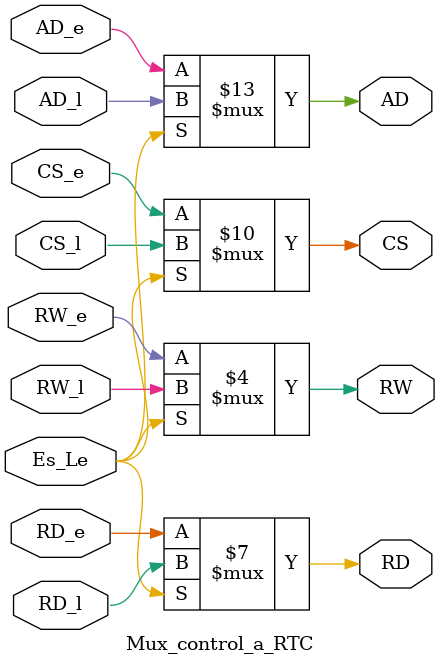
<source format=v>
`timescale 1ns / 1ps

module Mux_control_a_RTC(
	input Es_Le,
	input AD_e,CS_e,RD_e,RW_e, //Controles de escritura
	input AD_l,CS_l,RD_l,RW_l, //Controles de lectura
	output reg AD,CS,RD,RW		//Control enviado al RTC
    );

always@* begin
	if(Es_Le==1)begin
	 AD=AD_l;
	 CS=CS_l;
	 RD=RD_l;
	 RW=RW_l;
	 end
	else begin
	 AD=AD_e;
	 CS=CS_e;
	 RD=RD_e;
	 RW=RW_e;
	 end
end

endmodule

</source>
